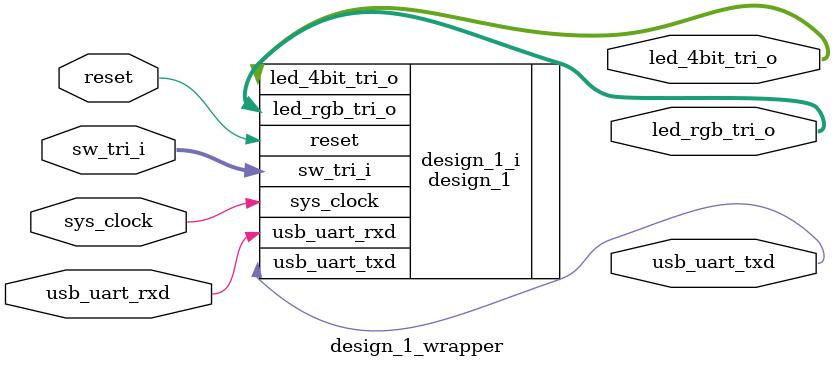
<source format=v>
`timescale 1 ps / 1 ps

module design_1_wrapper
   (led_4bit_tri_o,
    led_rgb_tri_o,
    reset,
    sw_tri_i,
    sys_clock,
    usb_uart_rxd,
    usb_uart_txd);
  output [3:0]led_4bit_tri_o;
  output [11:0]led_rgb_tri_o;
  input reset;
  input [3:0]sw_tri_i;
  input sys_clock;
  input usb_uart_rxd;
  output usb_uart_txd;

  wire [3:0]led_4bit_tri_o;
  wire [11:0]led_rgb_tri_o;
  wire reset;
  wire [3:0]sw_tri_i;
  wire sys_clock;
  wire usb_uart_rxd;
  wire usb_uart_txd;

  design_1 design_1_i
       (.led_4bit_tri_o(led_4bit_tri_o),
        .led_rgb_tri_o(led_rgb_tri_o),
        .reset(reset),
        .sw_tri_i(sw_tri_i),
        .sys_clock(sys_clock),
        .usb_uart_rxd(usb_uart_rxd),
        .usb_uart_txd(usb_uart_txd));
endmodule

</source>
